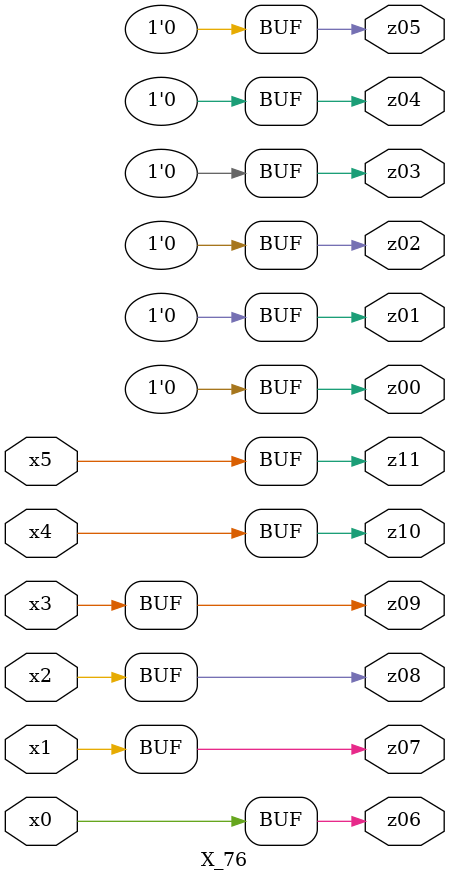
<source format=v>

module X_76 ( 
    x0, x1, x2, x3, x4, x5,
    z00, z01, z02, z03, z04, z05, z06, z07, z08, z09, z10, z11  );
  input  x0, x1, x2, x3, x4, x5;
  output z00, z01, z02, z03, z04, z05, z06, z07, z08, z09, z10, z11;
  assign z00 = 1'b0;
  assign z01 = 1'b0;
  assign z02 = 1'b0;
  assign z03 = 1'b0;
  assign z04 = 1'b0;
  assign z05 = 1'b0;
  assign z06 = x0;
  assign z07 = x1;
  assign z08 = x2;
  assign z09 = x3;
  assign z10 = x4;
  assign z11 = x5;
endmodule



</source>
